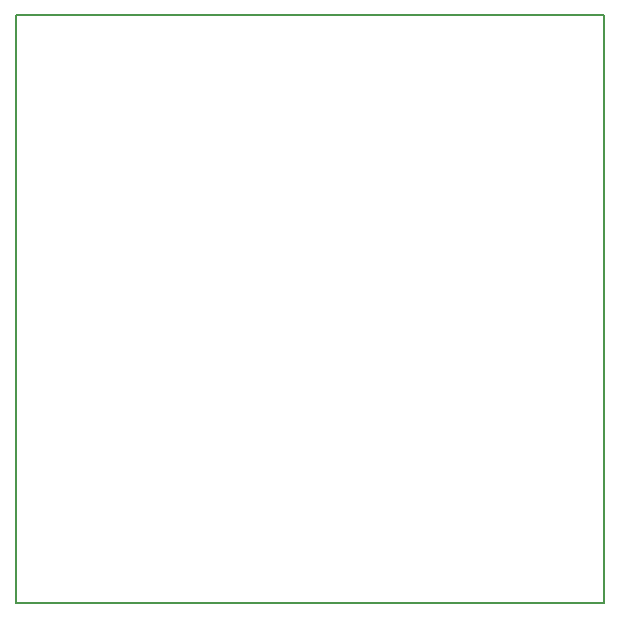
<source format=gbr>
G04 DipTrace 3.0.0.2*
G04 BoardOutline.gbr*
%MOIN*%
G04 #@! TF.FileFunction,Profile*
G04 #@! TF.Part,Single*
%ADD11C,0.006*%
%FSLAX26Y26*%
G04*
G70*
G90*
G75*
G01*
G04 BoardOutline*
%LPD*%
X394000Y394000D2*
D11*
X2354000D1*
Y2354000D1*
X394000D1*
Y394000D1*
M02*

</source>
